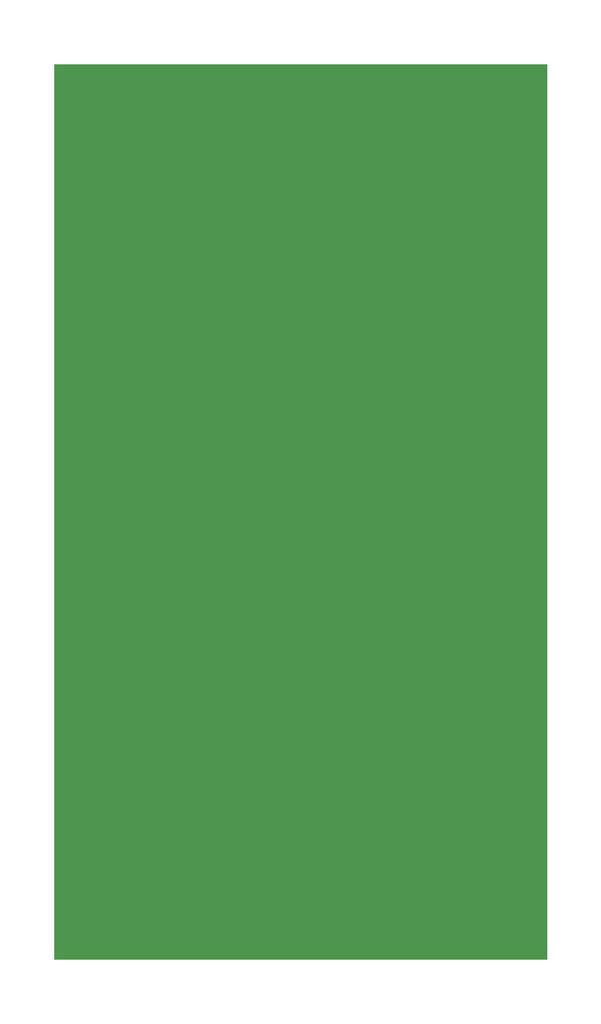
<source format=gbr>
%TF.GenerationSoftware,KiCad,Pcbnew,7.0.1*%
%TF.CreationDate,2024-08-17T12:32:22-04:00*%
%TF.ProjectId,common_faceplate,636f6d6d-6f6e-45f6-9661-6365706c6174,rev?*%
%TF.SameCoordinates,Original*%
%TF.FileFunction,Copper,L1,Top*%
%TF.FilePolarity,Positive*%
%FSLAX46Y46*%
G04 Gerber Fmt 4.6, Leading zero omitted, Abs format (unit mm)*
G04 Created by KiCad (PCBNEW 7.0.1) date 2024-08-17 12:32:22*
%MOMM*%
%LPD*%
G01*
G04 APERTURE LIST*
%TA.AperFunction,ComponentPad*%
%ADD10C,7.924800*%
%TD*%
%TA.AperFunction,ComponentPad*%
%ADD11C,11.430000*%
%TD*%
%TA.AperFunction,ComponentPad*%
%ADD12C,6.299200*%
%TD*%
%TA.AperFunction,ComponentPad*%
%ADD13C,6.223000*%
%TD*%
%TA.AperFunction,ComponentPad*%
%ADD14C,3.810000*%
%TD*%
%TA.AperFunction,ComponentPad*%
%ADD15O,10.160000X5.740400*%
%TD*%
G04 APERTURE END LIST*
D10*
%TO.P,REF\u002A\u002A,*%
%TO.N,front*%
X75514200Y-139192000D03*
%TD*%
%TO.P,REF\u002A\u002A,*%
%TO.N,front*%
X103454200Y-139192000D03*
%TD*%
D11*
%TO.P,REF\u002A\u002A,1*%
%TO.N,front*%
X50088800Y-101752400D03*
%TD*%
%TO.P,REF\u002A\u002A,1*%
%TO.N,front*%
X100888800Y-101752400D03*
%TD*%
D10*
%TO.P,REF\u002A\u002A,*%
%TO.N,front*%
X89484200Y-139192000D03*
%TD*%
%TO.P,REF\u002A\u002A,*%
%TO.N,front*%
X75514200Y-125349000D03*
%TD*%
D12*
%TO.P,REF\u002A\u002A,*%
%TO.N,front*%
X75488800Y-108102400D03*
%TD*%
D13*
%TO.P,REF\u002A\u002A,*%
%TO.N,front*%
X85902800Y-104292400D03*
%TD*%
D10*
%TO.P,REF\u002A\u002A,*%
%TO.N,front*%
X47574200Y-139192000D03*
%TD*%
D14*
%TO.P,REF\u002A\u002A,*%
%TO.N,front*%
X79933800Y-101244400D03*
%TD*%
D15*
%TO.P,REF\u002A\u002A,1*%
%TO.N,front*%
X50088800Y-32969200D03*
%TD*%
%TO.P,REF\u002A\u002A,1*%
%TO.N,front*%
X50088800Y-155524200D03*
%TD*%
D11*
%TO.P,REF\u002A\u002A,1*%
%TO.N,front*%
X100888800Y-73812400D03*
%TD*%
D10*
%TO.P,REF\u002A\u002A,*%
%TO.N,front*%
X61544200Y-125349000D03*
%TD*%
D13*
%TO.P,REF\u002A\u002A,*%
%TO.N,front*%
X65074800Y-104292400D03*
%TD*%
D10*
%TO.P,REF\u002A\u002A,*%
%TO.N,front*%
X75514200Y-139192000D03*
%TD*%
D11*
%TO.P,REF\u002A\u002A,1*%
%TO.N,front*%
X100888800Y-45872400D03*
%TD*%
D10*
%TO.P,REF\u002A\u002A,*%
%TO.N,front*%
X47574200Y-125349000D03*
%TD*%
D15*
%TO.P,REF\u002A\u002A,1*%
%TO.N,front*%
X100888800Y-155524200D03*
%TD*%
%TO.P,REF\u002A\u002A,1*%
%TO.N,front*%
X100888800Y-32969200D03*
%TD*%
D11*
%TO.P,REF\u002A\u002A,1*%
%TO.N,front*%
X50088800Y-73812400D03*
%TD*%
D10*
%TO.P,REF\u002A\u002A,*%
%TO.N,front*%
X89484200Y-125349000D03*
%TD*%
%TO.P,REF\u002A\u002A,*%
%TO.N,front*%
X103454200Y-125349000D03*
%TD*%
D14*
%TO.P,REF\u002A\u002A,*%
%TO.N,front*%
X71043800Y-101244400D03*
%TD*%
D11*
%TO.P,REF\u002A\u002A,1*%
%TO.N,front*%
X75488800Y-87782400D03*
%TD*%
D10*
%TO.P,REF\u002A\u002A,*%
%TO.N,front*%
X75514200Y-125349000D03*
%TD*%
%TO.P,REF\u002A\u002A,*%
%TO.N,front*%
X61544200Y-139192000D03*
%TD*%
D11*
%TO.P,REF\u002A\u002A,1*%
%TO.N,front*%
X50088800Y-45872400D03*
%TD*%
%TO.P,REF\u002A\u002A,1*%
%TO.N,front*%
X75488800Y-59842400D03*
%TD*%
%TA.AperFunction,Conductor*%
%TO.N,front*%
G36*
X110834400Y-30017113D02*
G01*
X110879787Y-30062500D01*
X110896400Y-30124500D01*
X110896400Y-158372000D01*
X110879787Y-158434000D01*
X110834400Y-158479387D01*
X110772400Y-158496000D01*
X40230600Y-158496000D01*
X40168600Y-158479387D01*
X40123213Y-158434000D01*
X40106600Y-158372000D01*
X40106600Y-30124500D01*
X40123213Y-30062500D01*
X40168600Y-30017113D01*
X40230600Y-30000500D01*
X110772400Y-30000500D01*
X110834400Y-30017113D01*
G37*
%TD.AperFunction*%
%TD*%
M02*

</source>
